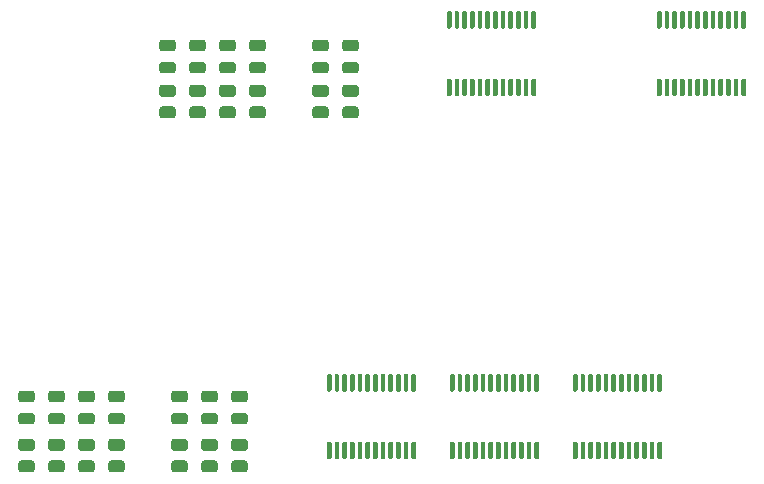
<source format=gbr>
%TF.GenerationSoftware,KiCad,Pcbnew,(5.1.10-1-10_14)*%
%TF.CreationDate,2021-11-23T11:12:12-05:00*%
%TF.ProjectId,control-unit,636f6e74-726f-46c2-9d75-6e69742e6b69,rev?*%
%TF.SameCoordinates,Original*%
%TF.FileFunction,Paste,Top*%
%TF.FilePolarity,Positive*%
%FSLAX46Y46*%
G04 Gerber Fmt 4.6, Leading zero omitted, Abs format (unit mm)*
G04 Created by KiCad (PCBNEW (5.1.10-1-10_14)) date 2021-11-23 11:12:12*
%MOMM*%
%LPD*%
G01*
G04 APERTURE LIST*
G04 APERTURE END LIST*
%TO.C,R13*%
G36*
G01*
X146615999Y-105302000D02*
X147516001Y-105302000D01*
G75*
G02*
X147766000Y-105551999I0J-249999D01*
G01*
X147766000Y-106077001D01*
G75*
G02*
X147516001Y-106327000I-249999J0D01*
G01*
X146615999Y-106327000D01*
G75*
G02*
X146366000Y-106077001I0J249999D01*
G01*
X146366000Y-105551999D01*
G75*
G02*
X146615999Y-105302000I249999J0D01*
G01*
G37*
G36*
G01*
X146615999Y-103477000D02*
X147516001Y-103477000D01*
G75*
G02*
X147766000Y-103726999I0J-249999D01*
G01*
X147766000Y-104252001D01*
G75*
G02*
X147516001Y-104502000I-249999J0D01*
G01*
X146615999Y-104502000D01*
G75*
G02*
X146366000Y-104252001I0J249999D01*
G01*
X146366000Y-103726999D01*
G75*
G02*
X146615999Y-103477000I249999J0D01*
G01*
G37*
%TD*%
%TO.C,R12*%
G36*
G01*
X157029999Y-105302000D02*
X157930001Y-105302000D01*
G75*
G02*
X158180000Y-105551999I0J-249999D01*
G01*
X158180000Y-106077001D01*
G75*
G02*
X157930001Y-106327000I-249999J0D01*
G01*
X157029999Y-106327000D01*
G75*
G02*
X156780000Y-106077001I0J249999D01*
G01*
X156780000Y-105551999D01*
G75*
G02*
X157029999Y-105302000I249999J0D01*
G01*
G37*
G36*
G01*
X157029999Y-103477000D02*
X157930001Y-103477000D01*
G75*
G02*
X158180000Y-103726999I0J-249999D01*
G01*
X158180000Y-104252001D01*
G75*
G02*
X157930001Y-104502000I-249999J0D01*
G01*
X157029999Y-104502000D01*
G75*
G02*
X156780000Y-104252001I0J249999D01*
G01*
X156780000Y-103726999D01*
G75*
G02*
X157029999Y-103477000I249999J0D01*
G01*
G37*
%TD*%
%TO.C,R11*%
G36*
G01*
X144075999Y-105302000D02*
X144976001Y-105302000D01*
G75*
G02*
X145226000Y-105551999I0J-249999D01*
G01*
X145226000Y-106077001D01*
G75*
G02*
X144976001Y-106327000I-249999J0D01*
G01*
X144075999Y-106327000D01*
G75*
G02*
X143826000Y-106077001I0J249999D01*
G01*
X143826000Y-105551999D01*
G75*
G02*
X144075999Y-105302000I249999J0D01*
G01*
G37*
G36*
G01*
X144075999Y-103477000D02*
X144976001Y-103477000D01*
G75*
G02*
X145226000Y-103726999I0J-249999D01*
G01*
X145226000Y-104252001D01*
G75*
G02*
X144976001Y-104502000I-249999J0D01*
G01*
X144075999Y-104502000D01*
G75*
G02*
X143826000Y-104252001I0J249999D01*
G01*
X143826000Y-103726999D01*
G75*
G02*
X144075999Y-103477000I249999J0D01*
G01*
G37*
%TD*%
%TO.C,R10*%
G36*
G01*
X154489999Y-105302000D02*
X155390001Y-105302000D01*
G75*
G02*
X155640000Y-105551999I0J-249999D01*
G01*
X155640000Y-106077001D01*
G75*
G02*
X155390001Y-106327000I-249999J0D01*
G01*
X154489999Y-106327000D01*
G75*
G02*
X154240000Y-106077001I0J249999D01*
G01*
X154240000Y-105551999D01*
G75*
G02*
X154489999Y-105302000I249999J0D01*
G01*
G37*
G36*
G01*
X154489999Y-103477000D02*
X155390001Y-103477000D01*
G75*
G02*
X155640000Y-103726999I0J-249999D01*
G01*
X155640000Y-104252001D01*
G75*
G02*
X155390001Y-104502000I-249999J0D01*
G01*
X154489999Y-104502000D01*
G75*
G02*
X154240000Y-104252001I0J249999D01*
G01*
X154240000Y-103726999D01*
G75*
G02*
X154489999Y-103477000I249999J0D01*
G01*
G37*
%TD*%
%TO.C,R9*%
G36*
G01*
X141535999Y-105302000D02*
X142436001Y-105302000D01*
G75*
G02*
X142686000Y-105551999I0J-249999D01*
G01*
X142686000Y-106077001D01*
G75*
G02*
X142436001Y-106327000I-249999J0D01*
G01*
X141535999Y-106327000D01*
G75*
G02*
X141286000Y-106077001I0J249999D01*
G01*
X141286000Y-105551999D01*
G75*
G02*
X141535999Y-105302000I249999J0D01*
G01*
G37*
G36*
G01*
X141535999Y-103477000D02*
X142436001Y-103477000D01*
G75*
G02*
X142686000Y-103726999I0J-249999D01*
G01*
X142686000Y-104252001D01*
G75*
G02*
X142436001Y-104502000I-249999J0D01*
G01*
X141535999Y-104502000D01*
G75*
G02*
X141286000Y-104252001I0J249999D01*
G01*
X141286000Y-103726999D01*
G75*
G02*
X141535999Y-103477000I249999J0D01*
G01*
G37*
%TD*%
%TO.C,R8*%
G36*
G01*
X151949999Y-105302000D02*
X152850001Y-105302000D01*
G75*
G02*
X153100000Y-105551999I0J-249999D01*
G01*
X153100000Y-106077001D01*
G75*
G02*
X152850001Y-106327000I-249999J0D01*
G01*
X151949999Y-106327000D01*
G75*
G02*
X151700000Y-106077001I0J249999D01*
G01*
X151700000Y-105551999D01*
G75*
G02*
X151949999Y-105302000I249999J0D01*
G01*
G37*
G36*
G01*
X151949999Y-103477000D02*
X152850001Y-103477000D01*
G75*
G02*
X153100000Y-103726999I0J-249999D01*
G01*
X153100000Y-104252001D01*
G75*
G02*
X152850001Y-104502000I-249999J0D01*
G01*
X151949999Y-104502000D01*
G75*
G02*
X151700000Y-104252001I0J249999D01*
G01*
X151700000Y-103726999D01*
G75*
G02*
X151949999Y-103477000I249999J0D01*
G01*
G37*
%TD*%
%TO.C,R7*%
G36*
G01*
X138995999Y-105302000D02*
X139896001Y-105302000D01*
G75*
G02*
X140146000Y-105551999I0J-249999D01*
G01*
X140146000Y-106077001D01*
G75*
G02*
X139896001Y-106327000I-249999J0D01*
G01*
X138995999Y-106327000D01*
G75*
G02*
X138746000Y-106077001I0J249999D01*
G01*
X138746000Y-105551999D01*
G75*
G02*
X138995999Y-105302000I249999J0D01*
G01*
G37*
G36*
G01*
X138995999Y-103477000D02*
X139896001Y-103477000D01*
G75*
G02*
X140146000Y-103726999I0J-249999D01*
G01*
X140146000Y-104252001D01*
G75*
G02*
X139896001Y-104502000I-249999J0D01*
G01*
X138995999Y-104502000D01*
G75*
G02*
X138746000Y-104252001I0J249999D01*
G01*
X138746000Y-103726999D01*
G75*
G02*
X138995999Y-103477000I249999J0D01*
G01*
G37*
%TD*%
%TO.C,D13*%
G36*
G01*
X147522250Y-100388000D02*
X146609750Y-100388000D01*
G75*
G02*
X146366000Y-100144250I0J243750D01*
G01*
X146366000Y-99656750D01*
G75*
G02*
X146609750Y-99413000I243750J0D01*
G01*
X147522250Y-99413000D01*
G75*
G02*
X147766000Y-99656750I0J-243750D01*
G01*
X147766000Y-100144250D01*
G75*
G02*
X147522250Y-100388000I-243750J0D01*
G01*
G37*
G36*
G01*
X147522250Y-102263000D02*
X146609750Y-102263000D01*
G75*
G02*
X146366000Y-102019250I0J243750D01*
G01*
X146366000Y-101531750D01*
G75*
G02*
X146609750Y-101288000I243750J0D01*
G01*
X147522250Y-101288000D01*
G75*
G02*
X147766000Y-101531750I0J-243750D01*
G01*
X147766000Y-102019250D01*
G75*
G02*
X147522250Y-102263000I-243750J0D01*
G01*
G37*
%TD*%
%TO.C,D12*%
G36*
G01*
X157936250Y-100388000D02*
X157023750Y-100388000D01*
G75*
G02*
X156780000Y-100144250I0J243750D01*
G01*
X156780000Y-99656750D01*
G75*
G02*
X157023750Y-99413000I243750J0D01*
G01*
X157936250Y-99413000D01*
G75*
G02*
X158180000Y-99656750I0J-243750D01*
G01*
X158180000Y-100144250D01*
G75*
G02*
X157936250Y-100388000I-243750J0D01*
G01*
G37*
G36*
G01*
X157936250Y-102263000D02*
X157023750Y-102263000D01*
G75*
G02*
X156780000Y-102019250I0J243750D01*
G01*
X156780000Y-101531750D01*
G75*
G02*
X157023750Y-101288000I243750J0D01*
G01*
X157936250Y-101288000D01*
G75*
G02*
X158180000Y-101531750I0J-243750D01*
G01*
X158180000Y-102019250D01*
G75*
G02*
X157936250Y-102263000I-243750J0D01*
G01*
G37*
%TD*%
%TO.C,D11*%
G36*
G01*
X144982250Y-100388000D02*
X144069750Y-100388000D01*
G75*
G02*
X143826000Y-100144250I0J243750D01*
G01*
X143826000Y-99656750D01*
G75*
G02*
X144069750Y-99413000I243750J0D01*
G01*
X144982250Y-99413000D01*
G75*
G02*
X145226000Y-99656750I0J-243750D01*
G01*
X145226000Y-100144250D01*
G75*
G02*
X144982250Y-100388000I-243750J0D01*
G01*
G37*
G36*
G01*
X144982250Y-102263000D02*
X144069750Y-102263000D01*
G75*
G02*
X143826000Y-102019250I0J243750D01*
G01*
X143826000Y-101531750D01*
G75*
G02*
X144069750Y-101288000I243750J0D01*
G01*
X144982250Y-101288000D01*
G75*
G02*
X145226000Y-101531750I0J-243750D01*
G01*
X145226000Y-102019250D01*
G75*
G02*
X144982250Y-102263000I-243750J0D01*
G01*
G37*
%TD*%
%TO.C,D10*%
G36*
G01*
X155396250Y-100388000D02*
X154483750Y-100388000D01*
G75*
G02*
X154240000Y-100144250I0J243750D01*
G01*
X154240000Y-99656750D01*
G75*
G02*
X154483750Y-99413000I243750J0D01*
G01*
X155396250Y-99413000D01*
G75*
G02*
X155640000Y-99656750I0J-243750D01*
G01*
X155640000Y-100144250D01*
G75*
G02*
X155396250Y-100388000I-243750J0D01*
G01*
G37*
G36*
G01*
X155396250Y-102263000D02*
X154483750Y-102263000D01*
G75*
G02*
X154240000Y-102019250I0J243750D01*
G01*
X154240000Y-101531750D01*
G75*
G02*
X154483750Y-101288000I243750J0D01*
G01*
X155396250Y-101288000D01*
G75*
G02*
X155640000Y-101531750I0J-243750D01*
G01*
X155640000Y-102019250D01*
G75*
G02*
X155396250Y-102263000I-243750J0D01*
G01*
G37*
%TD*%
%TO.C,D9*%
G36*
G01*
X142442250Y-100388000D02*
X141529750Y-100388000D01*
G75*
G02*
X141286000Y-100144250I0J243750D01*
G01*
X141286000Y-99656750D01*
G75*
G02*
X141529750Y-99413000I243750J0D01*
G01*
X142442250Y-99413000D01*
G75*
G02*
X142686000Y-99656750I0J-243750D01*
G01*
X142686000Y-100144250D01*
G75*
G02*
X142442250Y-100388000I-243750J0D01*
G01*
G37*
G36*
G01*
X142442250Y-102263000D02*
X141529750Y-102263000D01*
G75*
G02*
X141286000Y-102019250I0J243750D01*
G01*
X141286000Y-101531750D01*
G75*
G02*
X141529750Y-101288000I243750J0D01*
G01*
X142442250Y-101288000D01*
G75*
G02*
X142686000Y-101531750I0J-243750D01*
G01*
X142686000Y-102019250D01*
G75*
G02*
X142442250Y-102263000I-243750J0D01*
G01*
G37*
%TD*%
%TO.C,D8*%
G36*
G01*
X152856250Y-100388000D02*
X151943750Y-100388000D01*
G75*
G02*
X151700000Y-100144250I0J243750D01*
G01*
X151700000Y-99656750D01*
G75*
G02*
X151943750Y-99413000I243750J0D01*
G01*
X152856250Y-99413000D01*
G75*
G02*
X153100000Y-99656750I0J-243750D01*
G01*
X153100000Y-100144250D01*
G75*
G02*
X152856250Y-100388000I-243750J0D01*
G01*
G37*
G36*
G01*
X152856250Y-102263000D02*
X151943750Y-102263000D01*
G75*
G02*
X151700000Y-102019250I0J243750D01*
G01*
X151700000Y-101531750D01*
G75*
G02*
X151943750Y-101288000I243750J0D01*
G01*
X152856250Y-101288000D01*
G75*
G02*
X153100000Y-101531750I0J-243750D01*
G01*
X153100000Y-102019250D01*
G75*
G02*
X152856250Y-102263000I-243750J0D01*
G01*
G37*
%TD*%
%TO.C,D7*%
G36*
G01*
X139902250Y-100388000D02*
X138989750Y-100388000D01*
G75*
G02*
X138746000Y-100144250I0J243750D01*
G01*
X138746000Y-99656750D01*
G75*
G02*
X138989750Y-99413000I243750J0D01*
G01*
X139902250Y-99413000D01*
G75*
G02*
X140146000Y-99656750I0J-243750D01*
G01*
X140146000Y-100144250D01*
G75*
G02*
X139902250Y-100388000I-243750J0D01*
G01*
G37*
G36*
G01*
X139902250Y-102263000D02*
X138989750Y-102263000D01*
G75*
G02*
X138746000Y-102019250I0J243750D01*
G01*
X138746000Y-101531750D01*
G75*
G02*
X138989750Y-101288000I243750J0D01*
G01*
X139902250Y-101288000D01*
G75*
G02*
X140146000Y-101531750I0J-243750D01*
G01*
X140146000Y-102019250D01*
G75*
G02*
X139902250Y-102263000I-243750J0D01*
G01*
G37*
%TD*%
%TO.C,R6*%
G36*
G01*
X158553999Y-75330000D02*
X159454001Y-75330000D01*
G75*
G02*
X159704000Y-75579999I0J-249999D01*
G01*
X159704000Y-76105001D01*
G75*
G02*
X159454001Y-76355000I-249999J0D01*
G01*
X158553999Y-76355000D01*
G75*
G02*
X158304000Y-76105001I0J249999D01*
G01*
X158304000Y-75579999D01*
G75*
G02*
X158553999Y-75330000I249999J0D01*
G01*
G37*
G36*
G01*
X158553999Y-73505000D02*
X159454001Y-73505000D01*
G75*
G02*
X159704000Y-73754999I0J-249999D01*
G01*
X159704000Y-74280001D01*
G75*
G02*
X159454001Y-74530000I-249999J0D01*
G01*
X158553999Y-74530000D01*
G75*
G02*
X158304000Y-74280001I0J249999D01*
G01*
X158304000Y-73754999D01*
G75*
G02*
X158553999Y-73505000I249999J0D01*
G01*
G37*
%TD*%
%TO.C,R5*%
G36*
G01*
X156013999Y-75330000D02*
X156914001Y-75330000D01*
G75*
G02*
X157164000Y-75579999I0J-249999D01*
G01*
X157164000Y-76105001D01*
G75*
G02*
X156914001Y-76355000I-249999J0D01*
G01*
X156013999Y-76355000D01*
G75*
G02*
X155764000Y-76105001I0J249999D01*
G01*
X155764000Y-75579999D01*
G75*
G02*
X156013999Y-75330000I249999J0D01*
G01*
G37*
G36*
G01*
X156013999Y-73505000D02*
X156914001Y-73505000D01*
G75*
G02*
X157164000Y-73754999I0J-249999D01*
G01*
X157164000Y-74280001D01*
G75*
G02*
X156914001Y-74530000I-249999J0D01*
G01*
X156013999Y-74530000D01*
G75*
G02*
X155764000Y-74280001I0J249999D01*
G01*
X155764000Y-73754999D01*
G75*
G02*
X156013999Y-73505000I249999J0D01*
G01*
G37*
%TD*%
%TO.C,R4*%
G36*
G01*
X166427999Y-75330000D02*
X167328001Y-75330000D01*
G75*
G02*
X167578000Y-75579999I0J-249999D01*
G01*
X167578000Y-76105001D01*
G75*
G02*
X167328001Y-76355000I-249999J0D01*
G01*
X166427999Y-76355000D01*
G75*
G02*
X166178000Y-76105001I0J249999D01*
G01*
X166178000Y-75579999D01*
G75*
G02*
X166427999Y-75330000I249999J0D01*
G01*
G37*
G36*
G01*
X166427999Y-73505000D02*
X167328001Y-73505000D01*
G75*
G02*
X167578000Y-73754999I0J-249999D01*
G01*
X167578000Y-74280001D01*
G75*
G02*
X167328001Y-74530000I-249999J0D01*
G01*
X166427999Y-74530000D01*
G75*
G02*
X166178000Y-74280001I0J249999D01*
G01*
X166178000Y-73754999D01*
G75*
G02*
X166427999Y-73505000I249999J0D01*
G01*
G37*
%TD*%
%TO.C,R3*%
G36*
G01*
X153473999Y-75330000D02*
X154374001Y-75330000D01*
G75*
G02*
X154624000Y-75579999I0J-249999D01*
G01*
X154624000Y-76105001D01*
G75*
G02*
X154374001Y-76355000I-249999J0D01*
G01*
X153473999Y-76355000D01*
G75*
G02*
X153224000Y-76105001I0J249999D01*
G01*
X153224000Y-75579999D01*
G75*
G02*
X153473999Y-75330000I249999J0D01*
G01*
G37*
G36*
G01*
X153473999Y-73505000D02*
X154374001Y-73505000D01*
G75*
G02*
X154624000Y-73754999I0J-249999D01*
G01*
X154624000Y-74280001D01*
G75*
G02*
X154374001Y-74530000I-249999J0D01*
G01*
X153473999Y-74530000D01*
G75*
G02*
X153224000Y-74280001I0J249999D01*
G01*
X153224000Y-73754999D01*
G75*
G02*
X153473999Y-73505000I249999J0D01*
G01*
G37*
%TD*%
%TO.C,R2*%
G36*
G01*
X163887999Y-75330000D02*
X164788001Y-75330000D01*
G75*
G02*
X165038000Y-75579999I0J-249999D01*
G01*
X165038000Y-76105001D01*
G75*
G02*
X164788001Y-76355000I-249999J0D01*
G01*
X163887999Y-76355000D01*
G75*
G02*
X163638000Y-76105001I0J249999D01*
G01*
X163638000Y-75579999D01*
G75*
G02*
X163887999Y-75330000I249999J0D01*
G01*
G37*
G36*
G01*
X163887999Y-73505000D02*
X164788001Y-73505000D01*
G75*
G02*
X165038000Y-73754999I0J-249999D01*
G01*
X165038000Y-74280001D01*
G75*
G02*
X164788001Y-74530000I-249999J0D01*
G01*
X163887999Y-74530000D01*
G75*
G02*
X163638000Y-74280001I0J249999D01*
G01*
X163638000Y-73754999D01*
G75*
G02*
X163887999Y-73505000I249999J0D01*
G01*
G37*
%TD*%
%TO.C,R1*%
G36*
G01*
X150933999Y-75330000D02*
X151834001Y-75330000D01*
G75*
G02*
X152084000Y-75579999I0J-249999D01*
G01*
X152084000Y-76105001D01*
G75*
G02*
X151834001Y-76355000I-249999J0D01*
G01*
X150933999Y-76355000D01*
G75*
G02*
X150684000Y-76105001I0J249999D01*
G01*
X150684000Y-75579999D01*
G75*
G02*
X150933999Y-75330000I249999J0D01*
G01*
G37*
G36*
G01*
X150933999Y-73505000D02*
X151834001Y-73505000D01*
G75*
G02*
X152084000Y-73754999I0J-249999D01*
G01*
X152084000Y-74280001D01*
G75*
G02*
X151834001Y-74530000I-249999J0D01*
G01*
X150933999Y-74530000D01*
G75*
G02*
X150684000Y-74280001I0J249999D01*
G01*
X150684000Y-73754999D01*
G75*
G02*
X150933999Y-73505000I249999J0D01*
G01*
G37*
%TD*%
%TO.C,D6*%
G36*
G01*
X159460250Y-70670000D02*
X158547750Y-70670000D01*
G75*
G02*
X158304000Y-70426250I0J243750D01*
G01*
X158304000Y-69938750D01*
G75*
G02*
X158547750Y-69695000I243750J0D01*
G01*
X159460250Y-69695000D01*
G75*
G02*
X159704000Y-69938750I0J-243750D01*
G01*
X159704000Y-70426250D01*
G75*
G02*
X159460250Y-70670000I-243750J0D01*
G01*
G37*
G36*
G01*
X159460250Y-72545000D02*
X158547750Y-72545000D01*
G75*
G02*
X158304000Y-72301250I0J243750D01*
G01*
X158304000Y-71813750D01*
G75*
G02*
X158547750Y-71570000I243750J0D01*
G01*
X159460250Y-71570000D01*
G75*
G02*
X159704000Y-71813750I0J-243750D01*
G01*
X159704000Y-72301250D01*
G75*
G02*
X159460250Y-72545000I-243750J0D01*
G01*
G37*
%TD*%
%TO.C,D5*%
G36*
G01*
X156920250Y-70670000D02*
X156007750Y-70670000D01*
G75*
G02*
X155764000Y-70426250I0J243750D01*
G01*
X155764000Y-69938750D01*
G75*
G02*
X156007750Y-69695000I243750J0D01*
G01*
X156920250Y-69695000D01*
G75*
G02*
X157164000Y-69938750I0J-243750D01*
G01*
X157164000Y-70426250D01*
G75*
G02*
X156920250Y-70670000I-243750J0D01*
G01*
G37*
G36*
G01*
X156920250Y-72545000D02*
X156007750Y-72545000D01*
G75*
G02*
X155764000Y-72301250I0J243750D01*
G01*
X155764000Y-71813750D01*
G75*
G02*
X156007750Y-71570000I243750J0D01*
G01*
X156920250Y-71570000D01*
G75*
G02*
X157164000Y-71813750I0J-243750D01*
G01*
X157164000Y-72301250D01*
G75*
G02*
X156920250Y-72545000I-243750J0D01*
G01*
G37*
%TD*%
%TO.C,D4*%
G36*
G01*
X166421750Y-71570000D02*
X167334250Y-71570000D01*
G75*
G02*
X167578000Y-71813750I0J-243750D01*
G01*
X167578000Y-72301250D01*
G75*
G02*
X167334250Y-72545000I-243750J0D01*
G01*
X166421750Y-72545000D01*
G75*
G02*
X166178000Y-72301250I0J243750D01*
G01*
X166178000Y-71813750D01*
G75*
G02*
X166421750Y-71570000I243750J0D01*
G01*
G37*
G36*
G01*
X166421750Y-69695000D02*
X167334250Y-69695000D01*
G75*
G02*
X167578000Y-69938750I0J-243750D01*
G01*
X167578000Y-70426250D01*
G75*
G02*
X167334250Y-70670000I-243750J0D01*
G01*
X166421750Y-70670000D01*
G75*
G02*
X166178000Y-70426250I0J243750D01*
G01*
X166178000Y-69938750D01*
G75*
G02*
X166421750Y-69695000I243750J0D01*
G01*
G37*
%TD*%
%TO.C,D3*%
G36*
G01*
X154380250Y-70670000D02*
X153467750Y-70670000D01*
G75*
G02*
X153224000Y-70426250I0J243750D01*
G01*
X153224000Y-69938750D01*
G75*
G02*
X153467750Y-69695000I243750J0D01*
G01*
X154380250Y-69695000D01*
G75*
G02*
X154624000Y-69938750I0J-243750D01*
G01*
X154624000Y-70426250D01*
G75*
G02*
X154380250Y-70670000I-243750J0D01*
G01*
G37*
G36*
G01*
X154380250Y-72545000D02*
X153467750Y-72545000D01*
G75*
G02*
X153224000Y-72301250I0J243750D01*
G01*
X153224000Y-71813750D01*
G75*
G02*
X153467750Y-71570000I243750J0D01*
G01*
X154380250Y-71570000D01*
G75*
G02*
X154624000Y-71813750I0J-243750D01*
G01*
X154624000Y-72301250D01*
G75*
G02*
X154380250Y-72545000I-243750J0D01*
G01*
G37*
%TD*%
%TO.C,D2*%
G36*
G01*
X163881750Y-71570000D02*
X164794250Y-71570000D01*
G75*
G02*
X165038000Y-71813750I0J-243750D01*
G01*
X165038000Y-72301250D01*
G75*
G02*
X164794250Y-72545000I-243750J0D01*
G01*
X163881750Y-72545000D01*
G75*
G02*
X163638000Y-72301250I0J243750D01*
G01*
X163638000Y-71813750D01*
G75*
G02*
X163881750Y-71570000I243750J0D01*
G01*
G37*
G36*
G01*
X163881750Y-69695000D02*
X164794250Y-69695000D01*
G75*
G02*
X165038000Y-69938750I0J-243750D01*
G01*
X165038000Y-70426250D01*
G75*
G02*
X164794250Y-70670000I-243750J0D01*
G01*
X163881750Y-70670000D01*
G75*
G02*
X163638000Y-70426250I0J243750D01*
G01*
X163638000Y-69938750D01*
G75*
G02*
X163881750Y-69695000I243750J0D01*
G01*
G37*
%TD*%
%TO.C,D1*%
G36*
G01*
X151840250Y-70670000D02*
X150927750Y-70670000D01*
G75*
G02*
X150684000Y-70426250I0J243750D01*
G01*
X150684000Y-69938750D01*
G75*
G02*
X150927750Y-69695000I243750J0D01*
G01*
X151840250Y-69695000D01*
G75*
G02*
X152084000Y-69938750I0J-243750D01*
G01*
X152084000Y-70426250D01*
G75*
G02*
X151840250Y-70670000I-243750J0D01*
G01*
G37*
G36*
G01*
X151840250Y-72545000D02*
X150927750Y-72545000D01*
G75*
G02*
X150684000Y-72301250I0J243750D01*
G01*
X150684000Y-71813750D01*
G75*
G02*
X150927750Y-71570000I243750J0D01*
G01*
X151840250Y-71570000D01*
G75*
G02*
X152084000Y-71813750I0J-243750D01*
G01*
X152084000Y-72301250D01*
G75*
G02*
X151840250Y-72545000I-243750J0D01*
G01*
G37*
%TD*%
%TO.C,U5*%
G36*
G01*
X192959000Y-103725000D02*
X193159000Y-103725000D01*
G75*
G02*
X193259000Y-103825000I0J-100000D01*
G01*
X193259000Y-105100000D01*
G75*
G02*
X193159000Y-105200000I-100000J0D01*
G01*
X192959000Y-105200000D01*
G75*
G02*
X192859000Y-105100000I0J100000D01*
G01*
X192859000Y-103825000D01*
G75*
G02*
X192959000Y-103725000I100000J0D01*
G01*
G37*
G36*
G01*
X192309000Y-103725000D02*
X192509000Y-103725000D01*
G75*
G02*
X192609000Y-103825000I0J-100000D01*
G01*
X192609000Y-105100000D01*
G75*
G02*
X192509000Y-105200000I-100000J0D01*
G01*
X192309000Y-105200000D01*
G75*
G02*
X192209000Y-105100000I0J100000D01*
G01*
X192209000Y-103825000D01*
G75*
G02*
X192309000Y-103725000I100000J0D01*
G01*
G37*
G36*
G01*
X191659000Y-103725000D02*
X191859000Y-103725000D01*
G75*
G02*
X191959000Y-103825000I0J-100000D01*
G01*
X191959000Y-105100000D01*
G75*
G02*
X191859000Y-105200000I-100000J0D01*
G01*
X191659000Y-105200000D01*
G75*
G02*
X191559000Y-105100000I0J100000D01*
G01*
X191559000Y-103825000D01*
G75*
G02*
X191659000Y-103725000I100000J0D01*
G01*
G37*
G36*
G01*
X191009000Y-103725000D02*
X191209000Y-103725000D01*
G75*
G02*
X191309000Y-103825000I0J-100000D01*
G01*
X191309000Y-105100000D01*
G75*
G02*
X191209000Y-105200000I-100000J0D01*
G01*
X191009000Y-105200000D01*
G75*
G02*
X190909000Y-105100000I0J100000D01*
G01*
X190909000Y-103825000D01*
G75*
G02*
X191009000Y-103725000I100000J0D01*
G01*
G37*
G36*
G01*
X190359000Y-103725000D02*
X190559000Y-103725000D01*
G75*
G02*
X190659000Y-103825000I0J-100000D01*
G01*
X190659000Y-105100000D01*
G75*
G02*
X190559000Y-105200000I-100000J0D01*
G01*
X190359000Y-105200000D01*
G75*
G02*
X190259000Y-105100000I0J100000D01*
G01*
X190259000Y-103825000D01*
G75*
G02*
X190359000Y-103725000I100000J0D01*
G01*
G37*
G36*
G01*
X189709000Y-103725000D02*
X189909000Y-103725000D01*
G75*
G02*
X190009000Y-103825000I0J-100000D01*
G01*
X190009000Y-105100000D01*
G75*
G02*
X189909000Y-105200000I-100000J0D01*
G01*
X189709000Y-105200000D01*
G75*
G02*
X189609000Y-105100000I0J100000D01*
G01*
X189609000Y-103825000D01*
G75*
G02*
X189709000Y-103725000I100000J0D01*
G01*
G37*
G36*
G01*
X189059000Y-103725000D02*
X189259000Y-103725000D01*
G75*
G02*
X189359000Y-103825000I0J-100000D01*
G01*
X189359000Y-105100000D01*
G75*
G02*
X189259000Y-105200000I-100000J0D01*
G01*
X189059000Y-105200000D01*
G75*
G02*
X188959000Y-105100000I0J100000D01*
G01*
X188959000Y-103825000D01*
G75*
G02*
X189059000Y-103725000I100000J0D01*
G01*
G37*
G36*
G01*
X188409000Y-103725000D02*
X188609000Y-103725000D01*
G75*
G02*
X188709000Y-103825000I0J-100000D01*
G01*
X188709000Y-105100000D01*
G75*
G02*
X188609000Y-105200000I-100000J0D01*
G01*
X188409000Y-105200000D01*
G75*
G02*
X188309000Y-105100000I0J100000D01*
G01*
X188309000Y-103825000D01*
G75*
G02*
X188409000Y-103725000I100000J0D01*
G01*
G37*
G36*
G01*
X187759000Y-103725000D02*
X187959000Y-103725000D01*
G75*
G02*
X188059000Y-103825000I0J-100000D01*
G01*
X188059000Y-105100000D01*
G75*
G02*
X187959000Y-105200000I-100000J0D01*
G01*
X187759000Y-105200000D01*
G75*
G02*
X187659000Y-105100000I0J100000D01*
G01*
X187659000Y-103825000D01*
G75*
G02*
X187759000Y-103725000I100000J0D01*
G01*
G37*
G36*
G01*
X187109000Y-103725000D02*
X187309000Y-103725000D01*
G75*
G02*
X187409000Y-103825000I0J-100000D01*
G01*
X187409000Y-105100000D01*
G75*
G02*
X187309000Y-105200000I-100000J0D01*
G01*
X187109000Y-105200000D01*
G75*
G02*
X187009000Y-105100000I0J100000D01*
G01*
X187009000Y-103825000D01*
G75*
G02*
X187109000Y-103725000I100000J0D01*
G01*
G37*
G36*
G01*
X186459000Y-103725000D02*
X186659000Y-103725000D01*
G75*
G02*
X186759000Y-103825000I0J-100000D01*
G01*
X186759000Y-105100000D01*
G75*
G02*
X186659000Y-105200000I-100000J0D01*
G01*
X186459000Y-105200000D01*
G75*
G02*
X186359000Y-105100000I0J100000D01*
G01*
X186359000Y-103825000D01*
G75*
G02*
X186459000Y-103725000I100000J0D01*
G01*
G37*
G36*
G01*
X185809000Y-103725000D02*
X186009000Y-103725000D01*
G75*
G02*
X186109000Y-103825000I0J-100000D01*
G01*
X186109000Y-105100000D01*
G75*
G02*
X186009000Y-105200000I-100000J0D01*
G01*
X185809000Y-105200000D01*
G75*
G02*
X185709000Y-105100000I0J100000D01*
G01*
X185709000Y-103825000D01*
G75*
G02*
X185809000Y-103725000I100000J0D01*
G01*
G37*
G36*
G01*
X185809000Y-98000000D02*
X186009000Y-98000000D01*
G75*
G02*
X186109000Y-98100000I0J-100000D01*
G01*
X186109000Y-99375000D01*
G75*
G02*
X186009000Y-99475000I-100000J0D01*
G01*
X185809000Y-99475000D01*
G75*
G02*
X185709000Y-99375000I0J100000D01*
G01*
X185709000Y-98100000D01*
G75*
G02*
X185809000Y-98000000I100000J0D01*
G01*
G37*
G36*
G01*
X186459000Y-98000000D02*
X186659000Y-98000000D01*
G75*
G02*
X186759000Y-98100000I0J-100000D01*
G01*
X186759000Y-99375000D01*
G75*
G02*
X186659000Y-99475000I-100000J0D01*
G01*
X186459000Y-99475000D01*
G75*
G02*
X186359000Y-99375000I0J100000D01*
G01*
X186359000Y-98100000D01*
G75*
G02*
X186459000Y-98000000I100000J0D01*
G01*
G37*
G36*
G01*
X187109000Y-98000000D02*
X187309000Y-98000000D01*
G75*
G02*
X187409000Y-98100000I0J-100000D01*
G01*
X187409000Y-99375000D01*
G75*
G02*
X187309000Y-99475000I-100000J0D01*
G01*
X187109000Y-99475000D01*
G75*
G02*
X187009000Y-99375000I0J100000D01*
G01*
X187009000Y-98100000D01*
G75*
G02*
X187109000Y-98000000I100000J0D01*
G01*
G37*
G36*
G01*
X187759000Y-98000000D02*
X187959000Y-98000000D01*
G75*
G02*
X188059000Y-98100000I0J-100000D01*
G01*
X188059000Y-99375000D01*
G75*
G02*
X187959000Y-99475000I-100000J0D01*
G01*
X187759000Y-99475000D01*
G75*
G02*
X187659000Y-99375000I0J100000D01*
G01*
X187659000Y-98100000D01*
G75*
G02*
X187759000Y-98000000I100000J0D01*
G01*
G37*
G36*
G01*
X188409000Y-98000000D02*
X188609000Y-98000000D01*
G75*
G02*
X188709000Y-98100000I0J-100000D01*
G01*
X188709000Y-99375000D01*
G75*
G02*
X188609000Y-99475000I-100000J0D01*
G01*
X188409000Y-99475000D01*
G75*
G02*
X188309000Y-99375000I0J100000D01*
G01*
X188309000Y-98100000D01*
G75*
G02*
X188409000Y-98000000I100000J0D01*
G01*
G37*
G36*
G01*
X189059000Y-98000000D02*
X189259000Y-98000000D01*
G75*
G02*
X189359000Y-98100000I0J-100000D01*
G01*
X189359000Y-99375000D01*
G75*
G02*
X189259000Y-99475000I-100000J0D01*
G01*
X189059000Y-99475000D01*
G75*
G02*
X188959000Y-99375000I0J100000D01*
G01*
X188959000Y-98100000D01*
G75*
G02*
X189059000Y-98000000I100000J0D01*
G01*
G37*
G36*
G01*
X189709000Y-98000000D02*
X189909000Y-98000000D01*
G75*
G02*
X190009000Y-98100000I0J-100000D01*
G01*
X190009000Y-99375000D01*
G75*
G02*
X189909000Y-99475000I-100000J0D01*
G01*
X189709000Y-99475000D01*
G75*
G02*
X189609000Y-99375000I0J100000D01*
G01*
X189609000Y-98100000D01*
G75*
G02*
X189709000Y-98000000I100000J0D01*
G01*
G37*
G36*
G01*
X190359000Y-98000000D02*
X190559000Y-98000000D01*
G75*
G02*
X190659000Y-98100000I0J-100000D01*
G01*
X190659000Y-99375000D01*
G75*
G02*
X190559000Y-99475000I-100000J0D01*
G01*
X190359000Y-99475000D01*
G75*
G02*
X190259000Y-99375000I0J100000D01*
G01*
X190259000Y-98100000D01*
G75*
G02*
X190359000Y-98000000I100000J0D01*
G01*
G37*
G36*
G01*
X191009000Y-98000000D02*
X191209000Y-98000000D01*
G75*
G02*
X191309000Y-98100000I0J-100000D01*
G01*
X191309000Y-99375000D01*
G75*
G02*
X191209000Y-99475000I-100000J0D01*
G01*
X191009000Y-99475000D01*
G75*
G02*
X190909000Y-99375000I0J100000D01*
G01*
X190909000Y-98100000D01*
G75*
G02*
X191009000Y-98000000I100000J0D01*
G01*
G37*
G36*
G01*
X191659000Y-98000000D02*
X191859000Y-98000000D01*
G75*
G02*
X191959000Y-98100000I0J-100000D01*
G01*
X191959000Y-99375000D01*
G75*
G02*
X191859000Y-99475000I-100000J0D01*
G01*
X191659000Y-99475000D01*
G75*
G02*
X191559000Y-99375000I0J100000D01*
G01*
X191559000Y-98100000D01*
G75*
G02*
X191659000Y-98000000I100000J0D01*
G01*
G37*
G36*
G01*
X192309000Y-98000000D02*
X192509000Y-98000000D01*
G75*
G02*
X192609000Y-98100000I0J-100000D01*
G01*
X192609000Y-99375000D01*
G75*
G02*
X192509000Y-99475000I-100000J0D01*
G01*
X192309000Y-99475000D01*
G75*
G02*
X192209000Y-99375000I0J100000D01*
G01*
X192209000Y-98100000D01*
G75*
G02*
X192309000Y-98000000I100000J0D01*
G01*
G37*
G36*
G01*
X192959000Y-98000000D02*
X193159000Y-98000000D01*
G75*
G02*
X193259000Y-98100000I0J-100000D01*
G01*
X193259000Y-99375000D01*
G75*
G02*
X193159000Y-99475000I-100000J0D01*
G01*
X192959000Y-99475000D01*
G75*
G02*
X192859000Y-99375000I0J100000D01*
G01*
X192859000Y-98100000D01*
G75*
G02*
X192959000Y-98000000I100000J0D01*
G01*
G37*
%TD*%
%TO.C,U4*%
G36*
G01*
X182545000Y-103725000D02*
X182745000Y-103725000D01*
G75*
G02*
X182845000Y-103825000I0J-100000D01*
G01*
X182845000Y-105100000D01*
G75*
G02*
X182745000Y-105200000I-100000J0D01*
G01*
X182545000Y-105200000D01*
G75*
G02*
X182445000Y-105100000I0J100000D01*
G01*
X182445000Y-103825000D01*
G75*
G02*
X182545000Y-103725000I100000J0D01*
G01*
G37*
G36*
G01*
X181895000Y-103725000D02*
X182095000Y-103725000D01*
G75*
G02*
X182195000Y-103825000I0J-100000D01*
G01*
X182195000Y-105100000D01*
G75*
G02*
X182095000Y-105200000I-100000J0D01*
G01*
X181895000Y-105200000D01*
G75*
G02*
X181795000Y-105100000I0J100000D01*
G01*
X181795000Y-103825000D01*
G75*
G02*
X181895000Y-103725000I100000J0D01*
G01*
G37*
G36*
G01*
X181245000Y-103725000D02*
X181445000Y-103725000D01*
G75*
G02*
X181545000Y-103825000I0J-100000D01*
G01*
X181545000Y-105100000D01*
G75*
G02*
X181445000Y-105200000I-100000J0D01*
G01*
X181245000Y-105200000D01*
G75*
G02*
X181145000Y-105100000I0J100000D01*
G01*
X181145000Y-103825000D01*
G75*
G02*
X181245000Y-103725000I100000J0D01*
G01*
G37*
G36*
G01*
X180595000Y-103725000D02*
X180795000Y-103725000D01*
G75*
G02*
X180895000Y-103825000I0J-100000D01*
G01*
X180895000Y-105100000D01*
G75*
G02*
X180795000Y-105200000I-100000J0D01*
G01*
X180595000Y-105200000D01*
G75*
G02*
X180495000Y-105100000I0J100000D01*
G01*
X180495000Y-103825000D01*
G75*
G02*
X180595000Y-103725000I100000J0D01*
G01*
G37*
G36*
G01*
X179945000Y-103725000D02*
X180145000Y-103725000D01*
G75*
G02*
X180245000Y-103825000I0J-100000D01*
G01*
X180245000Y-105100000D01*
G75*
G02*
X180145000Y-105200000I-100000J0D01*
G01*
X179945000Y-105200000D01*
G75*
G02*
X179845000Y-105100000I0J100000D01*
G01*
X179845000Y-103825000D01*
G75*
G02*
X179945000Y-103725000I100000J0D01*
G01*
G37*
G36*
G01*
X179295000Y-103725000D02*
X179495000Y-103725000D01*
G75*
G02*
X179595000Y-103825000I0J-100000D01*
G01*
X179595000Y-105100000D01*
G75*
G02*
X179495000Y-105200000I-100000J0D01*
G01*
X179295000Y-105200000D01*
G75*
G02*
X179195000Y-105100000I0J100000D01*
G01*
X179195000Y-103825000D01*
G75*
G02*
X179295000Y-103725000I100000J0D01*
G01*
G37*
G36*
G01*
X178645000Y-103725000D02*
X178845000Y-103725000D01*
G75*
G02*
X178945000Y-103825000I0J-100000D01*
G01*
X178945000Y-105100000D01*
G75*
G02*
X178845000Y-105200000I-100000J0D01*
G01*
X178645000Y-105200000D01*
G75*
G02*
X178545000Y-105100000I0J100000D01*
G01*
X178545000Y-103825000D01*
G75*
G02*
X178645000Y-103725000I100000J0D01*
G01*
G37*
G36*
G01*
X177995000Y-103725000D02*
X178195000Y-103725000D01*
G75*
G02*
X178295000Y-103825000I0J-100000D01*
G01*
X178295000Y-105100000D01*
G75*
G02*
X178195000Y-105200000I-100000J0D01*
G01*
X177995000Y-105200000D01*
G75*
G02*
X177895000Y-105100000I0J100000D01*
G01*
X177895000Y-103825000D01*
G75*
G02*
X177995000Y-103725000I100000J0D01*
G01*
G37*
G36*
G01*
X177345000Y-103725000D02*
X177545000Y-103725000D01*
G75*
G02*
X177645000Y-103825000I0J-100000D01*
G01*
X177645000Y-105100000D01*
G75*
G02*
X177545000Y-105200000I-100000J0D01*
G01*
X177345000Y-105200000D01*
G75*
G02*
X177245000Y-105100000I0J100000D01*
G01*
X177245000Y-103825000D01*
G75*
G02*
X177345000Y-103725000I100000J0D01*
G01*
G37*
G36*
G01*
X176695000Y-103725000D02*
X176895000Y-103725000D01*
G75*
G02*
X176995000Y-103825000I0J-100000D01*
G01*
X176995000Y-105100000D01*
G75*
G02*
X176895000Y-105200000I-100000J0D01*
G01*
X176695000Y-105200000D01*
G75*
G02*
X176595000Y-105100000I0J100000D01*
G01*
X176595000Y-103825000D01*
G75*
G02*
X176695000Y-103725000I100000J0D01*
G01*
G37*
G36*
G01*
X176045000Y-103725000D02*
X176245000Y-103725000D01*
G75*
G02*
X176345000Y-103825000I0J-100000D01*
G01*
X176345000Y-105100000D01*
G75*
G02*
X176245000Y-105200000I-100000J0D01*
G01*
X176045000Y-105200000D01*
G75*
G02*
X175945000Y-105100000I0J100000D01*
G01*
X175945000Y-103825000D01*
G75*
G02*
X176045000Y-103725000I100000J0D01*
G01*
G37*
G36*
G01*
X175395000Y-103725000D02*
X175595000Y-103725000D01*
G75*
G02*
X175695000Y-103825000I0J-100000D01*
G01*
X175695000Y-105100000D01*
G75*
G02*
X175595000Y-105200000I-100000J0D01*
G01*
X175395000Y-105200000D01*
G75*
G02*
X175295000Y-105100000I0J100000D01*
G01*
X175295000Y-103825000D01*
G75*
G02*
X175395000Y-103725000I100000J0D01*
G01*
G37*
G36*
G01*
X175395000Y-98000000D02*
X175595000Y-98000000D01*
G75*
G02*
X175695000Y-98100000I0J-100000D01*
G01*
X175695000Y-99375000D01*
G75*
G02*
X175595000Y-99475000I-100000J0D01*
G01*
X175395000Y-99475000D01*
G75*
G02*
X175295000Y-99375000I0J100000D01*
G01*
X175295000Y-98100000D01*
G75*
G02*
X175395000Y-98000000I100000J0D01*
G01*
G37*
G36*
G01*
X176045000Y-98000000D02*
X176245000Y-98000000D01*
G75*
G02*
X176345000Y-98100000I0J-100000D01*
G01*
X176345000Y-99375000D01*
G75*
G02*
X176245000Y-99475000I-100000J0D01*
G01*
X176045000Y-99475000D01*
G75*
G02*
X175945000Y-99375000I0J100000D01*
G01*
X175945000Y-98100000D01*
G75*
G02*
X176045000Y-98000000I100000J0D01*
G01*
G37*
G36*
G01*
X176695000Y-98000000D02*
X176895000Y-98000000D01*
G75*
G02*
X176995000Y-98100000I0J-100000D01*
G01*
X176995000Y-99375000D01*
G75*
G02*
X176895000Y-99475000I-100000J0D01*
G01*
X176695000Y-99475000D01*
G75*
G02*
X176595000Y-99375000I0J100000D01*
G01*
X176595000Y-98100000D01*
G75*
G02*
X176695000Y-98000000I100000J0D01*
G01*
G37*
G36*
G01*
X177345000Y-98000000D02*
X177545000Y-98000000D01*
G75*
G02*
X177645000Y-98100000I0J-100000D01*
G01*
X177645000Y-99375000D01*
G75*
G02*
X177545000Y-99475000I-100000J0D01*
G01*
X177345000Y-99475000D01*
G75*
G02*
X177245000Y-99375000I0J100000D01*
G01*
X177245000Y-98100000D01*
G75*
G02*
X177345000Y-98000000I100000J0D01*
G01*
G37*
G36*
G01*
X177995000Y-98000000D02*
X178195000Y-98000000D01*
G75*
G02*
X178295000Y-98100000I0J-100000D01*
G01*
X178295000Y-99375000D01*
G75*
G02*
X178195000Y-99475000I-100000J0D01*
G01*
X177995000Y-99475000D01*
G75*
G02*
X177895000Y-99375000I0J100000D01*
G01*
X177895000Y-98100000D01*
G75*
G02*
X177995000Y-98000000I100000J0D01*
G01*
G37*
G36*
G01*
X178645000Y-98000000D02*
X178845000Y-98000000D01*
G75*
G02*
X178945000Y-98100000I0J-100000D01*
G01*
X178945000Y-99375000D01*
G75*
G02*
X178845000Y-99475000I-100000J0D01*
G01*
X178645000Y-99475000D01*
G75*
G02*
X178545000Y-99375000I0J100000D01*
G01*
X178545000Y-98100000D01*
G75*
G02*
X178645000Y-98000000I100000J0D01*
G01*
G37*
G36*
G01*
X179295000Y-98000000D02*
X179495000Y-98000000D01*
G75*
G02*
X179595000Y-98100000I0J-100000D01*
G01*
X179595000Y-99375000D01*
G75*
G02*
X179495000Y-99475000I-100000J0D01*
G01*
X179295000Y-99475000D01*
G75*
G02*
X179195000Y-99375000I0J100000D01*
G01*
X179195000Y-98100000D01*
G75*
G02*
X179295000Y-98000000I100000J0D01*
G01*
G37*
G36*
G01*
X179945000Y-98000000D02*
X180145000Y-98000000D01*
G75*
G02*
X180245000Y-98100000I0J-100000D01*
G01*
X180245000Y-99375000D01*
G75*
G02*
X180145000Y-99475000I-100000J0D01*
G01*
X179945000Y-99475000D01*
G75*
G02*
X179845000Y-99375000I0J100000D01*
G01*
X179845000Y-98100000D01*
G75*
G02*
X179945000Y-98000000I100000J0D01*
G01*
G37*
G36*
G01*
X180595000Y-98000000D02*
X180795000Y-98000000D01*
G75*
G02*
X180895000Y-98100000I0J-100000D01*
G01*
X180895000Y-99375000D01*
G75*
G02*
X180795000Y-99475000I-100000J0D01*
G01*
X180595000Y-99475000D01*
G75*
G02*
X180495000Y-99375000I0J100000D01*
G01*
X180495000Y-98100000D01*
G75*
G02*
X180595000Y-98000000I100000J0D01*
G01*
G37*
G36*
G01*
X181245000Y-98000000D02*
X181445000Y-98000000D01*
G75*
G02*
X181545000Y-98100000I0J-100000D01*
G01*
X181545000Y-99375000D01*
G75*
G02*
X181445000Y-99475000I-100000J0D01*
G01*
X181245000Y-99475000D01*
G75*
G02*
X181145000Y-99375000I0J100000D01*
G01*
X181145000Y-98100000D01*
G75*
G02*
X181245000Y-98000000I100000J0D01*
G01*
G37*
G36*
G01*
X181895000Y-98000000D02*
X182095000Y-98000000D01*
G75*
G02*
X182195000Y-98100000I0J-100000D01*
G01*
X182195000Y-99375000D01*
G75*
G02*
X182095000Y-99475000I-100000J0D01*
G01*
X181895000Y-99475000D01*
G75*
G02*
X181795000Y-99375000I0J100000D01*
G01*
X181795000Y-98100000D01*
G75*
G02*
X181895000Y-98000000I100000J0D01*
G01*
G37*
G36*
G01*
X182545000Y-98000000D02*
X182745000Y-98000000D01*
G75*
G02*
X182845000Y-98100000I0J-100000D01*
G01*
X182845000Y-99375000D01*
G75*
G02*
X182745000Y-99475000I-100000J0D01*
G01*
X182545000Y-99475000D01*
G75*
G02*
X182445000Y-99375000I0J100000D01*
G01*
X182445000Y-98100000D01*
G75*
G02*
X182545000Y-98000000I100000J0D01*
G01*
G37*
%TD*%
%TO.C,U3*%
G36*
G01*
X172131000Y-103725000D02*
X172331000Y-103725000D01*
G75*
G02*
X172431000Y-103825000I0J-100000D01*
G01*
X172431000Y-105100000D01*
G75*
G02*
X172331000Y-105200000I-100000J0D01*
G01*
X172131000Y-105200000D01*
G75*
G02*
X172031000Y-105100000I0J100000D01*
G01*
X172031000Y-103825000D01*
G75*
G02*
X172131000Y-103725000I100000J0D01*
G01*
G37*
G36*
G01*
X171481000Y-103725000D02*
X171681000Y-103725000D01*
G75*
G02*
X171781000Y-103825000I0J-100000D01*
G01*
X171781000Y-105100000D01*
G75*
G02*
X171681000Y-105200000I-100000J0D01*
G01*
X171481000Y-105200000D01*
G75*
G02*
X171381000Y-105100000I0J100000D01*
G01*
X171381000Y-103825000D01*
G75*
G02*
X171481000Y-103725000I100000J0D01*
G01*
G37*
G36*
G01*
X170831000Y-103725000D02*
X171031000Y-103725000D01*
G75*
G02*
X171131000Y-103825000I0J-100000D01*
G01*
X171131000Y-105100000D01*
G75*
G02*
X171031000Y-105200000I-100000J0D01*
G01*
X170831000Y-105200000D01*
G75*
G02*
X170731000Y-105100000I0J100000D01*
G01*
X170731000Y-103825000D01*
G75*
G02*
X170831000Y-103725000I100000J0D01*
G01*
G37*
G36*
G01*
X170181000Y-103725000D02*
X170381000Y-103725000D01*
G75*
G02*
X170481000Y-103825000I0J-100000D01*
G01*
X170481000Y-105100000D01*
G75*
G02*
X170381000Y-105200000I-100000J0D01*
G01*
X170181000Y-105200000D01*
G75*
G02*
X170081000Y-105100000I0J100000D01*
G01*
X170081000Y-103825000D01*
G75*
G02*
X170181000Y-103725000I100000J0D01*
G01*
G37*
G36*
G01*
X169531000Y-103725000D02*
X169731000Y-103725000D01*
G75*
G02*
X169831000Y-103825000I0J-100000D01*
G01*
X169831000Y-105100000D01*
G75*
G02*
X169731000Y-105200000I-100000J0D01*
G01*
X169531000Y-105200000D01*
G75*
G02*
X169431000Y-105100000I0J100000D01*
G01*
X169431000Y-103825000D01*
G75*
G02*
X169531000Y-103725000I100000J0D01*
G01*
G37*
G36*
G01*
X168881000Y-103725000D02*
X169081000Y-103725000D01*
G75*
G02*
X169181000Y-103825000I0J-100000D01*
G01*
X169181000Y-105100000D01*
G75*
G02*
X169081000Y-105200000I-100000J0D01*
G01*
X168881000Y-105200000D01*
G75*
G02*
X168781000Y-105100000I0J100000D01*
G01*
X168781000Y-103825000D01*
G75*
G02*
X168881000Y-103725000I100000J0D01*
G01*
G37*
G36*
G01*
X168231000Y-103725000D02*
X168431000Y-103725000D01*
G75*
G02*
X168531000Y-103825000I0J-100000D01*
G01*
X168531000Y-105100000D01*
G75*
G02*
X168431000Y-105200000I-100000J0D01*
G01*
X168231000Y-105200000D01*
G75*
G02*
X168131000Y-105100000I0J100000D01*
G01*
X168131000Y-103825000D01*
G75*
G02*
X168231000Y-103725000I100000J0D01*
G01*
G37*
G36*
G01*
X167581000Y-103725000D02*
X167781000Y-103725000D01*
G75*
G02*
X167881000Y-103825000I0J-100000D01*
G01*
X167881000Y-105100000D01*
G75*
G02*
X167781000Y-105200000I-100000J0D01*
G01*
X167581000Y-105200000D01*
G75*
G02*
X167481000Y-105100000I0J100000D01*
G01*
X167481000Y-103825000D01*
G75*
G02*
X167581000Y-103725000I100000J0D01*
G01*
G37*
G36*
G01*
X166931000Y-103725000D02*
X167131000Y-103725000D01*
G75*
G02*
X167231000Y-103825000I0J-100000D01*
G01*
X167231000Y-105100000D01*
G75*
G02*
X167131000Y-105200000I-100000J0D01*
G01*
X166931000Y-105200000D01*
G75*
G02*
X166831000Y-105100000I0J100000D01*
G01*
X166831000Y-103825000D01*
G75*
G02*
X166931000Y-103725000I100000J0D01*
G01*
G37*
G36*
G01*
X166281000Y-103725000D02*
X166481000Y-103725000D01*
G75*
G02*
X166581000Y-103825000I0J-100000D01*
G01*
X166581000Y-105100000D01*
G75*
G02*
X166481000Y-105200000I-100000J0D01*
G01*
X166281000Y-105200000D01*
G75*
G02*
X166181000Y-105100000I0J100000D01*
G01*
X166181000Y-103825000D01*
G75*
G02*
X166281000Y-103725000I100000J0D01*
G01*
G37*
G36*
G01*
X165631000Y-103725000D02*
X165831000Y-103725000D01*
G75*
G02*
X165931000Y-103825000I0J-100000D01*
G01*
X165931000Y-105100000D01*
G75*
G02*
X165831000Y-105200000I-100000J0D01*
G01*
X165631000Y-105200000D01*
G75*
G02*
X165531000Y-105100000I0J100000D01*
G01*
X165531000Y-103825000D01*
G75*
G02*
X165631000Y-103725000I100000J0D01*
G01*
G37*
G36*
G01*
X164981000Y-103725000D02*
X165181000Y-103725000D01*
G75*
G02*
X165281000Y-103825000I0J-100000D01*
G01*
X165281000Y-105100000D01*
G75*
G02*
X165181000Y-105200000I-100000J0D01*
G01*
X164981000Y-105200000D01*
G75*
G02*
X164881000Y-105100000I0J100000D01*
G01*
X164881000Y-103825000D01*
G75*
G02*
X164981000Y-103725000I100000J0D01*
G01*
G37*
G36*
G01*
X164981000Y-98000000D02*
X165181000Y-98000000D01*
G75*
G02*
X165281000Y-98100000I0J-100000D01*
G01*
X165281000Y-99375000D01*
G75*
G02*
X165181000Y-99475000I-100000J0D01*
G01*
X164981000Y-99475000D01*
G75*
G02*
X164881000Y-99375000I0J100000D01*
G01*
X164881000Y-98100000D01*
G75*
G02*
X164981000Y-98000000I100000J0D01*
G01*
G37*
G36*
G01*
X165631000Y-98000000D02*
X165831000Y-98000000D01*
G75*
G02*
X165931000Y-98100000I0J-100000D01*
G01*
X165931000Y-99375000D01*
G75*
G02*
X165831000Y-99475000I-100000J0D01*
G01*
X165631000Y-99475000D01*
G75*
G02*
X165531000Y-99375000I0J100000D01*
G01*
X165531000Y-98100000D01*
G75*
G02*
X165631000Y-98000000I100000J0D01*
G01*
G37*
G36*
G01*
X166281000Y-98000000D02*
X166481000Y-98000000D01*
G75*
G02*
X166581000Y-98100000I0J-100000D01*
G01*
X166581000Y-99375000D01*
G75*
G02*
X166481000Y-99475000I-100000J0D01*
G01*
X166281000Y-99475000D01*
G75*
G02*
X166181000Y-99375000I0J100000D01*
G01*
X166181000Y-98100000D01*
G75*
G02*
X166281000Y-98000000I100000J0D01*
G01*
G37*
G36*
G01*
X166931000Y-98000000D02*
X167131000Y-98000000D01*
G75*
G02*
X167231000Y-98100000I0J-100000D01*
G01*
X167231000Y-99375000D01*
G75*
G02*
X167131000Y-99475000I-100000J0D01*
G01*
X166931000Y-99475000D01*
G75*
G02*
X166831000Y-99375000I0J100000D01*
G01*
X166831000Y-98100000D01*
G75*
G02*
X166931000Y-98000000I100000J0D01*
G01*
G37*
G36*
G01*
X167581000Y-98000000D02*
X167781000Y-98000000D01*
G75*
G02*
X167881000Y-98100000I0J-100000D01*
G01*
X167881000Y-99375000D01*
G75*
G02*
X167781000Y-99475000I-100000J0D01*
G01*
X167581000Y-99475000D01*
G75*
G02*
X167481000Y-99375000I0J100000D01*
G01*
X167481000Y-98100000D01*
G75*
G02*
X167581000Y-98000000I100000J0D01*
G01*
G37*
G36*
G01*
X168231000Y-98000000D02*
X168431000Y-98000000D01*
G75*
G02*
X168531000Y-98100000I0J-100000D01*
G01*
X168531000Y-99375000D01*
G75*
G02*
X168431000Y-99475000I-100000J0D01*
G01*
X168231000Y-99475000D01*
G75*
G02*
X168131000Y-99375000I0J100000D01*
G01*
X168131000Y-98100000D01*
G75*
G02*
X168231000Y-98000000I100000J0D01*
G01*
G37*
G36*
G01*
X168881000Y-98000000D02*
X169081000Y-98000000D01*
G75*
G02*
X169181000Y-98100000I0J-100000D01*
G01*
X169181000Y-99375000D01*
G75*
G02*
X169081000Y-99475000I-100000J0D01*
G01*
X168881000Y-99475000D01*
G75*
G02*
X168781000Y-99375000I0J100000D01*
G01*
X168781000Y-98100000D01*
G75*
G02*
X168881000Y-98000000I100000J0D01*
G01*
G37*
G36*
G01*
X169531000Y-98000000D02*
X169731000Y-98000000D01*
G75*
G02*
X169831000Y-98100000I0J-100000D01*
G01*
X169831000Y-99375000D01*
G75*
G02*
X169731000Y-99475000I-100000J0D01*
G01*
X169531000Y-99475000D01*
G75*
G02*
X169431000Y-99375000I0J100000D01*
G01*
X169431000Y-98100000D01*
G75*
G02*
X169531000Y-98000000I100000J0D01*
G01*
G37*
G36*
G01*
X170181000Y-98000000D02*
X170381000Y-98000000D01*
G75*
G02*
X170481000Y-98100000I0J-100000D01*
G01*
X170481000Y-99375000D01*
G75*
G02*
X170381000Y-99475000I-100000J0D01*
G01*
X170181000Y-99475000D01*
G75*
G02*
X170081000Y-99375000I0J100000D01*
G01*
X170081000Y-98100000D01*
G75*
G02*
X170181000Y-98000000I100000J0D01*
G01*
G37*
G36*
G01*
X170831000Y-98000000D02*
X171031000Y-98000000D01*
G75*
G02*
X171131000Y-98100000I0J-100000D01*
G01*
X171131000Y-99375000D01*
G75*
G02*
X171031000Y-99475000I-100000J0D01*
G01*
X170831000Y-99475000D01*
G75*
G02*
X170731000Y-99375000I0J100000D01*
G01*
X170731000Y-98100000D01*
G75*
G02*
X170831000Y-98000000I100000J0D01*
G01*
G37*
G36*
G01*
X171481000Y-98000000D02*
X171681000Y-98000000D01*
G75*
G02*
X171781000Y-98100000I0J-100000D01*
G01*
X171781000Y-99375000D01*
G75*
G02*
X171681000Y-99475000I-100000J0D01*
G01*
X171481000Y-99475000D01*
G75*
G02*
X171381000Y-99375000I0J100000D01*
G01*
X171381000Y-98100000D01*
G75*
G02*
X171481000Y-98000000I100000J0D01*
G01*
G37*
G36*
G01*
X172131000Y-98000000D02*
X172331000Y-98000000D01*
G75*
G02*
X172431000Y-98100000I0J-100000D01*
G01*
X172431000Y-99375000D01*
G75*
G02*
X172331000Y-99475000I-100000J0D01*
G01*
X172131000Y-99475000D01*
G75*
G02*
X172031000Y-99375000I0J100000D01*
G01*
X172031000Y-98100000D01*
G75*
G02*
X172131000Y-98000000I100000J0D01*
G01*
G37*
%TD*%
%TO.C,U2*%
G36*
G01*
X200071000Y-72991000D02*
X200271000Y-72991000D01*
G75*
G02*
X200371000Y-73091000I0J-100000D01*
G01*
X200371000Y-74366000D01*
G75*
G02*
X200271000Y-74466000I-100000J0D01*
G01*
X200071000Y-74466000D01*
G75*
G02*
X199971000Y-74366000I0J100000D01*
G01*
X199971000Y-73091000D01*
G75*
G02*
X200071000Y-72991000I100000J0D01*
G01*
G37*
G36*
G01*
X199421000Y-72991000D02*
X199621000Y-72991000D01*
G75*
G02*
X199721000Y-73091000I0J-100000D01*
G01*
X199721000Y-74366000D01*
G75*
G02*
X199621000Y-74466000I-100000J0D01*
G01*
X199421000Y-74466000D01*
G75*
G02*
X199321000Y-74366000I0J100000D01*
G01*
X199321000Y-73091000D01*
G75*
G02*
X199421000Y-72991000I100000J0D01*
G01*
G37*
G36*
G01*
X198771000Y-72991000D02*
X198971000Y-72991000D01*
G75*
G02*
X199071000Y-73091000I0J-100000D01*
G01*
X199071000Y-74366000D01*
G75*
G02*
X198971000Y-74466000I-100000J0D01*
G01*
X198771000Y-74466000D01*
G75*
G02*
X198671000Y-74366000I0J100000D01*
G01*
X198671000Y-73091000D01*
G75*
G02*
X198771000Y-72991000I100000J0D01*
G01*
G37*
G36*
G01*
X198121000Y-72991000D02*
X198321000Y-72991000D01*
G75*
G02*
X198421000Y-73091000I0J-100000D01*
G01*
X198421000Y-74366000D01*
G75*
G02*
X198321000Y-74466000I-100000J0D01*
G01*
X198121000Y-74466000D01*
G75*
G02*
X198021000Y-74366000I0J100000D01*
G01*
X198021000Y-73091000D01*
G75*
G02*
X198121000Y-72991000I100000J0D01*
G01*
G37*
G36*
G01*
X197471000Y-72991000D02*
X197671000Y-72991000D01*
G75*
G02*
X197771000Y-73091000I0J-100000D01*
G01*
X197771000Y-74366000D01*
G75*
G02*
X197671000Y-74466000I-100000J0D01*
G01*
X197471000Y-74466000D01*
G75*
G02*
X197371000Y-74366000I0J100000D01*
G01*
X197371000Y-73091000D01*
G75*
G02*
X197471000Y-72991000I100000J0D01*
G01*
G37*
G36*
G01*
X196821000Y-72991000D02*
X197021000Y-72991000D01*
G75*
G02*
X197121000Y-73091000I0J-100000D01*
G01*
X197121000Y-74366000D01*
G75*
G02*
X197021000Y-74466000I-100000J0D01*
G01*
X196821000Y-74466000D01*
G75*
G02*
X196721000Y-74366000I0J100000D01*
G01*
X196721000Y-73091000D01*
G75*
G02*
X196821000Y-72991000I100000J0D01*
G01*
G37*
G36*
G01*
X196171000Y-72991000D02*
X196371000Y-72991000D01*
G75*
G02*
X196471000Y-73091000I0J-100000D01*
G01*
X196471000Y-74366000D01*
G75*
G02*
X196371000Y-74466000I-100000J0D01*
G01*
X196171000Y-74466000D01*
G75*
G02*
X196071000Y-74366000I0J100000D01*
G01*
X196071000Y-73091000D01*
G75*
G02*
X196171000Y-72991000I100000J0D01*
G01*
G37*
G36*
G01*
X195521000Y-72991000D02*
X195721000Y-72991000D01*
G75*
G02*
X195821000Y-73091000I0J-100000D01*
G01*
X195821000Y-74366000D01*
G75*
G02*
X195721000Y-74466000I-100000J0D01*
G01*
X195521000Y-74466000D01*
G75*
G02*
X195421000Y-74366000I0J100000D01*
G01*
X195421000Y-73091000D01*
G75*
G02*
X195521000Y-72991000I100000J0D01*
G01*
G37*
G36*
G01*
X194871000Y-72991000D02*
X195071000Y-72991000D01*
G75*
G02*
X195171000Y-73091000I0J-100000D01*
G01*
X195171000Y-74366000D01*
G75*
G02*
X195071000Y-74466000I-100000J0D01*
G01*
X194871000Y-74466000D01*
G75*
G02*
X194771000Y-74366000I0J100000D01*
G01*
X194771000Y-73091000D01*
G75*
G02*
X194871000Y-72991000I100000J0D01*
G01*
G37*
G36*
G01*
X194221000Y-72991000D02*
X194421000Y-72991000D01*
G75*
G02*
X194521000Y-73091000I0J-100000D01*
G01*
X194521000Y-74366000D01*
G75*
G02*
X194421000Y-74466000I-100000J0D01*
G01*
X194221000Y-74466000D01*
G75*
G02*
X194121000Y-74366000I0J100000D01*
G01*
X194121000Y-73091000D01*
G75*
G02*
X194221000Y-72991000I100000J0D01*
G01*
G37*
G36*
G01*
X193571000Y-72991000D02*
X193771000Y-72991000D01*
G75*
G02*
X193871000Y-73091000I0J-100000D01*
G01*
X193871000Y-74366000D01*
G75*
G02*
X193771000Y-74466000I-100000J0D01*
G01*
X193571000Y-74466000D01*
G75*
G02*
X193471000Y-74366000I0J100000D01*
G01*
X193471000Y-73091000D01*
G75*
G02*
X193571000Y-72991000I100000J0D01*
G01*
G37*
G36*
G01*
X192921000Y-72991000D02*
X193121000Y-72991000D01*
G75*
G02*
X193221000Y-73091000I0J-100000D01*
G01*
X193221000Y-74366000D01*
G75*
G02*
X193121000Y-74466000I-100000J0D01*
G01*
X192921000Y-74466000D01*
G75*
G02*
X192821000Y-74366000I0J100000D01*
G01*
X192821000Y-73091000D01*
G75*
G02*
X192921000Y-72991000I100000J0D01*
G01*
G37*
G36*
G01*
X192921000Y-67266000D02*
X193121000Y-67266000D01*
G75*
G02*
X193221000Y-67366000I0J-100000D01*
G01*
X193221000Y-68641000D01*
G75*
G02*
X193121000Y-68741000I-100000J0D01*
G01*
X192921000Y-68741000D01*
G75*
G02*
X192821000Y-68641000I0J100000D01*
G01*
X192821000Y-67366000D01*
G75*
G02*
X192921000Y-67266000I100000J0D01*
G01*
G37*
G36*
G01*
X193571000Y-67266000D02*
X193771000Y-67266000D01*
G75*
G02*
X193871000Y-67366000I0J-100000D01*
G01*
X193871000Y-68641000D01*
G75*
G02*
X193771000Y-68741000I-100000J0D01*
G01*
X193571000Y-68741000D01*
G75*
G02*
X193471000Y-68641000I0J100000D01*
G01*
X193471000Y-67366000D01*
G75*
G02*
X193571000Y-67266000I100000J0D01*
G01*
G37*
G36*
G01*
X194221000Y-67266000D02*
X194421000Y-67266000D01*
G75*
G02*
X194521000Y-67366000I0J-100000D01*
G01*
X194521000Y-68641000D01*
G75*
G02*
X194421000Y-68741000I-100000J0D01*
G01*
X194221000Y-68741000D01*
G75*
G02*
X194121000Y-68641000I0J100000D01*
G01*
X194121000Y-67366000D01*
G75*
G02*
X194221000Y-67266000I100000J0D01*
G01*
G37*
G36*
G01*
X194871000Y-67266000D02*
X195071000Y-67266000D01*
G75*
G02*
X195171000Y-67366000I0J-100000D01*
G01*
X195171000Y-68641000D01*
G75*
G02*
X195071000Y-68741000I-100000J0D01*
G01*
X194871000Y-68741000D01*
G75*
G02*
X194771000Y-68641000I0J100000D01*
G01*
X194771000Y-67366000D01*
G75*
G02*
X194871000Y-67266000I100000J0D01*
G01*
G37*
G36*
G01*
X195521000Y-67266000D02*
X195721000Y-67266000D01*
G75*
G02*
X195821000Y-67366000I0J-100000D01*
G01*
X195821000Y-68641000D01*
G75*
G02*
X195721000Y-68741000I-100000J0D01*
G01*
X195521000Y-68741000D01*
G75*
G02*
X195421000Y-68641000I0J100000D01*
G01*
X195421000Y-67366000D01*
G75*
G02*
X195521000Y-67266000I100000J0D01*
G01*
G37*
G36*
G01*
X196171000Y-67266000D02*
X196371000Y-67266000D01*
G75*
G02*
X196471000Y-67366000I0J-100000D01*
G01*
X196471000Y-68641000D01*
G75*
G02*
X196371000Y-68741000I-100000J0D01*
G01*
X196171000Y-68741000D01*
G75*
G02*
X196071000Y-68641000I0J100000D01*
G01*
X196071000Y-67366000D01*
G75*
G02*
X196171000Y-67266000I100000J0D01*
G01*
G37*
G36*
G01*
X196821000Y-67266000D02*
X197021000Y-67266000D01*
G75*
G02*
X197121000Y-67366000I0J-100000D01*
G01*
X197121000Y-68641000D01*
G75*
G02*
X197021000Y-68741000I-100000J0D01*
G01*
X196821000Y-68741000D01*
G75*
G02*
X196721000Y-68641000I0J100000D01*
G01*
X196721000Y-67366000D01*
G75*
G02*
X196821000Y-67266000I100000J0D01*
G01*
G37*
G36*
G01*
X197471000Y-67266000D02*
X197671000Y-67266000D01*
G75*
G02*
X197771000Y-67366000I0J-100000D01*
G01*
X197771000Y-68641000D01*
G75*
G02*
X197671000Y-68741000I-100000J0D01*
G01*
X197471000Y-68741000D01*
G75*
G02*
X197371000Y-68641000I0J100000D01*
G01*
X197371000Y-67366000D01*
G75*
G02*
X197471000Y-67266000I100000J0D01*
G01*
G37*
G36*
G01*
X198121000Y-67266000D02*
X198321000Y-67266000D01*
G75*
G02*
X198421000Y-67366000I0J-100000D01*
G01*
X198421000Y-68641000D01*
G75*
G02*
X198321000Y-68741000I-100000J0D01*
G01*
X198121000Y-68741000D01*
G75*
G02*
X198021000Y-68641000I0J100000D01*
G01*
X198021000Y-67366000D01*
G75*
G02*
X198121000Y-67266000I100000J0D01*
G01*
G37*
G36*
G01*
X198771000Y-67266000D02*
X198971000Y-67266000D01*
G75*
G02*
X199071000Y-67366000I0J-100000D01*
G01*
X199071000Y-68641000D01*
G75*
G02*
X198971000Y-68741000I-100000J0D01*
G01*
X198771000Y-68741000D01*
G75*
G02*
X198671000Y-68641000I0J100000D01*
G01*
X198671000Y-67366000D01*
G75*
G02*
X198771000Y-67266000I100000J0D01*
G01*
G37*
G36*
G01*
X199421000Y-67266000D02*
X199621000Y-67266000D01*
G75*
G02*
X199721000Y-67366000I0J-100000D01*
G01*
X199721000Y-68641000D01*
G75*
G02*
X199621000Y-68741000I-100000J0D01*
G01*
X199421000Y-68741000D01*
G75*
G02*
X199321000Y-68641000I0J100000D01*
G01*
X199321000Y-67366000D01*
G75*
G02*
X199421000Y-67266000I100000J0D01*
G01*
G37*
G36*
G01*
X200071000Y-67266000D02*
X200271000Y-67266000D01*
G75*
G02*
X200371000Y-67366000I0J-100000D01*
G01*
X200371000Y-68641000D01*
G75*
G02*
X200271000Y-68741000I-100000J0D01*
G01*
X200071000Y-68741000D01*
G75*
G02*
X199971000Y-68641000I0J100000D01*
G01*
X199971000Y-67366000D01*
G75*
G02*
X200071000Y-67266000I100000J0D01*
G01*
G37*
%TD*%
%TO.C,U1*%
G36*
G01*
X182291000Y-72991000D02*
X182491000Y-72991000D01*
G75*
G02*
X182591000Y-73091000I0J-100000D01*
G01*
X182591000Y-74366000D01*
G75*
G02*
X182491000Y-74466000I-100000J0D01*
G01*
X182291000Y-74466000D01*
G75*
G02*
X182191000Y-74366000I0J100000D01*
G01*
X182191000Y-73091000D01*
G75*
G02*
X182291000Y-72991000I100000J0D01*
G01*
G37*
G36*
G01*
X181641000Y-72991000D02*
X181841000Y-72991000D01*
G75*
G02*
X181941000Y-73091000I0J-100000D01*
G01*
X181941000Y-74366000D01*
G75*
G02*
X181841000Y-74466000I-100000J0D01*
G01*
X181641000Y-74466000D01*
G75*
G02*
X181541000Y-74366000I0J100000D01*
G01*
X181541000Y-73091000D01*
G75*
G02*
X181641000Y-72991000I100000J0D01*
G01*
G37*
G36*
G01*
X180991000Y-72991000D02*
X181191000Y-72991000D01*
G75*
G02*
X181291000Y-73091000I0J-100000D01*
G01*
X181291000Y-74366000D01*
G75*
G02*
X181191000Y-74466000I-100000J0D01*
G01*
X180991000Y-74466000D01*
G75*
G02*
X180891000Y-74366000I0J100000D01*
G01*
X180891000Y-73091000D01*
G75*
G02*
X180991000Y-72991000I100000J0D01*
G01*
G37*
G36*
G01*
X180341000Y-72991000D02*
X180541000Y-72991000D01*
G75*
G02*
X180641000Y-73091000I0J-100000D01*
G01*
X180641000Y-74366000D01*
G75*
G02*
X180541000Y-74466000I-100000J0D01*
G01*
X180341000Y-74466000D01*
G75*
G02*
X180241000Y-74366000I0J100000D01*
G01*
X180241000Y-73091000D01*
G75*
G02*
X180341000Y-72991000I100000J0D01*
G01*
G37*
G36*
G01*
X179691000Y-72991000D02*
X179891000Y-72991000D01*
G75*
G02*
X179991000Y-73091000I0J-100000D01*
G01*
X179991000Y-74366000D01*
G75*
G02*
X179891000Y-74466000I-100000J0D01*
G01*
X179691000Y-74466000D01*
G75*
G02*
X179591000Y-74366000I0J100000D01*
G01*
X179591000Y-73091000D01*
G75*
G02*
X179691000Y-72991000I100000J0D01*
G01*
G37*
G36*
G01*
X179041000Y-72991000D02*
X179241000Y-72991000D01*
G75*
G02*
X179341000Y-73091000I0J-100000D01*
G01*
X179341000Y-74366000D01*
G75*
G02*
X179241000Y-74466000I-100000J0D01*
G01*
X179041000Y-74466000D01*
G75*
G02*
X178941000Y-74366000I0J100000D01*
G01*
X178941000Y-73091000D01*
G75*
G02*
X179041000Y-72991000I100000J0D01*
G01*
G37*
G36*
G01*
X178391000Y-72991000D02*
X178591000Y-72991000D01*
G75*
G02*
X178691000Y-73091000I0J-100000D01*
G01*
X178691000Y-74366000D01*
G75*
G02*
X178591000Y-74466000I-100000J0D01*
G01*
X178391000Y-74466000D01*
G75*
G02*
X178291000Y-74366000I0J100000D01*
G01*
X178291000Y-73091000D01*
G75*
G02*
X178391000Y-72991000I100000J0D01*
G01*
G37*
G36*
G01*
X177741000Y-72991000D02*
X177941000Y-72991000D01*
G75*
G02*
X178041000Y-73091000I0J-100000D01*
G01*
X178041000Y-74366000D01*
G75*
G02*
X177941000Y-74466000I-100000J0D01*
G01*
X177741000Y-74466000D01*
G75*
G02*
X177641000Y-74366000I0J100000D01*
G01*
X177641000Y-73091000D01*
G75*
G02*
X177741000Y-72991000I100000J0D01*
G01*
G37*
G36*
G01*
X177091000Y-72991000D02*
X177291000Y-72991000D01*
G75*
G02*
X177391000Y-73091000I0J-100000D01*
G01*
X177391000Y-74366000D01*
G75*
G02*
X177291000Y-74466000I-100000J0D01*
G01*
X177091000Y-74466000D01*
G75*
G02*
X176991000Y-74366000I0J100000D01*
G01*
X176991000Y-73091000D01*
G75*
G02*
X177091000Y-72991000I100000J0D01*
G01*
G37*
G36*
G01*
X176441000Y-72991000D02*
X176641000Y-72991000D01*
G75*
G02*
X176741000Y-73091000I0J-100000D01*
G01*
X176741000Y-74366000D01*
G75*
G02*
X176641000Y-74466000I-100000J0D01*
G01*
X176441000Y-74466000D01*
G75*
G02*
X176341000Y-74366000I0J100000D01*
G01*
X176341000Y-73091000D01*
G75*
G02*
X176441000Y-72991000I100000J0D01*
G01*
G37*
G36*
G01*
X175791000Y-72991000D02*
X175991000Y-72991000D01*
G75*
G02*
X176091000Y-73091000I0J-100000D01*
G01*
X176091000Y-74366000D01*
G75*
G02*
X175991000Y-74466000I-100000J0D01*
G01*
X175791000Y-74466000D01*
G75*
G02*
X175691000Y-74366000I0J100000D01*
G01*
X175691000Y-73091000D01*
G75*
G02*
X175791000Y-72991000I100000J0D01*
G01*
G37*
G36*
G01*
X175141000Y-72991000D02*
X175341000Y-72991000D01*
G75*
G02*
X175441000Y-73091000I0J-100000D01*
G01*
X175441000Y-74366000D01*
G75*
G02*
X175341000Y-74466000I-100000J0D01*
G01*
X175141000Y-74466000D01*
G75*
G02*
X175041000Y-74366000I0J100000D01*
G01*
X175041000Y-73091000D01*
G75*
G02*
X175141000Y-72991000I100000J0D01*
G01*
G37*
G36*
G01*
X175141000Y-67266000D02*
X175341000Y-67266000D01*
G75*
G02*
X175441000Y-67366000I0J-100000D01*
G01*
X175441000Y-68641000D01*
G75*
G02*
X175341000Y-68741000I-100000J0D01*
G01*
X175141000Y-68741000D01*
G75*
G02*
X175041000Y-68641000I0J100000D01*
G01*
X175041000Y-67366000D01*
G75*
G02*
X175141000Y-67266000I100000J0D01*
G01*
G37*
G36*
G01*
X175791000Y-67266000D02*
X175991000Y-67266000D01*
G75*
G02*
X176091000Y-67366000I0J-100000D01*
G01*
X176091000Y-68641000D01*
G75*
G02*
X175991000Y-68741000I-100000J0D01*
G01*
X175791000Y-68741000D01*
G75*
G02*
X175691000Y-68641000I0J100000D01*
G01*
X175691000Y-67366000D01*
G75*
G02*
X175791000Y-67266000I100000J0D01*
G01*
G37*
G36*
G01*
X176441000Y-67266000D02*
X176641000Y-67266000D01*
G75*
G02*
X176741000Y-67366000I0J-100000D01*
G01*
X176741000Y-68641000D01*
G75*
G02*
X176641000Y-68741000I-100000J0D01*
G01*
X176441000Y-68741000D01*
G75*
G02*
X176341000Y-68641000I0J100000D01*
G01*
X176341000Y-67366000D01*
G75*
G02*
X176441000Y-67266000I100000J0D01*
G01*
G37*
G36*
G01*
X177091000Y-67266000D02*
X177291000Y-67266000D01*
G75*
G02*
X177391000Y-67366000I0J-100000D01*
G01*
X177391000Y-68641000D01*
G75*
G02*
X177291000Y-68741000I-100000J0D01*
G01*
X177091000Y-68741000D01*
G75*
G02*
X176991000Y-68641000I0J100000D01*
G01*
X176991000Y-67366000D01*
G75*
G02*
X177091000Y-67266000I100000J0D01*
G01*
G37*
G36*
G01*
X177741000Y-67266000D02*
X177941000Y-67266000D01*
G75*
G02*
X178041000Y-67366000I0J-100000D01*
G01*
X178041000Y-68641000D01*
G75*
G02*
X177941000Y-68741000I-100000J0D01*
G01*
X177741000Y-68741000D01*
G75*
G02*
X177641000Y-68641000I0J100000D01*
G01*
X177641000Y-67366000D01*
G75*
G02*
X177741000Y-67266000I100000J0D01*
G01*
G37*
G36*
G01*
X178391000Y-67266000D02*
X178591000Y-67266000D01*
G75*
G02*
X178691000Y-67366000I0J-100000D01*
G01*
X178691000Y-68641000D01*
G75*
G02*
X178591000Y-68741000I-100000J0D01*
G01*
X178391000Y-68741000D01*
G75*
G02*
X178291000Y-68641000I0J100000D01*
G01*
X178291000Y-67366000D01*
G75*
G02*
X178391000Y-67266000I100000J0D01*
G01*
G37*
G36*
G01*
X179041000Y-67266000D02*
X179241000Y-67266000D01*
G75*
G02*
X179341000Y-67366000I0J-100000D01*
G01*
X179341000Y-68641000D01*
G75*
G02*
X179241000Y-68741000I-100000J0D01*
G01*
X179041000Y-68741000D01*
G75*
G02*
X178941000Y-68641000I0J100000D01*
G01*
X178941000Y-67366000D01*
G75*
G02*
X179041000Y-67266000I100000J0D01*
G01*
G37*
G36*
G01*
X179691000Y-67266000D02*
X179891000Y-67266000D01*
G75*
G02*
X179991000Y-67366000I0J-100000D01*
G01*
X179991000Y-68641000D01*
G75*
G02*
X179891000Y-68741000I-100000J0D01*
G01*
X179691000Y-68741000D01*
G75*
G02*
X179591000Y-68641000I0J100000D01*
G01*
X179591000Y-67366000D01*
G75*
G02*
X179691000Y-67266000I100000J0D01*
G01*
G37*
G36*
G01*
X180341000Y-67266000D02*
X180541000Y-67266000D01*
G75*
G02*
X180641000Y-67366000I0J-100000D01*
G01*
X180641000Y-68641000D01*
G75*
G02*
X180541000Y-68741000I-100000J0D01*
G01*
X180341000Y-68741000D01*
G75*
G02*
X180241000Y-68641000I0J100000D01*
G01*
X180241000Y-67366000D01*
G75*
G02*
X180341000Y-67266000I100000J0D01*
G01*
G37*
G36*
G01*
X180991000Y-67266000D02*
X181191000Y-67266000D01*
G75*
G02*
X181291000Y-67366000I0J-100000D01*
G01*
X181291000Y-68641000D01*
G75*
G02*
X181191000Y-68741000I-100000J0D01*
G01*
X180991000Y-68741000D01*
G75*
G02*
X180891000Y-68641000I0J100000D01*
G01*
X180891000Y-67366000D01*
G75*
G02*
X180991000Y-67266000I100000J0D01*
G01*
G37*
G36*
G01*
X181641000Y-67266000D02*
X181841000Y-67266000D01*
G75*
G02*
X181941000Y-67366000I0J-100000D01*
G01*
X181941000Y-68641000D01*
G75*
G02*
X181841000Y-68741000I-100000J0D01*
G01*
X181641000Y-68741000D01*
G75*
G02*
X181541000Y-68641000I0J100000D01*
G01*
X181541000Y-67366000D01*
G75*
G02*
X181641000Y-67266000I100000J0D01*
G01*
G37*
G36*
G01*
X182291000Y-67266000D02*
X182491000Y-67266000D01*
G75*
G02*
X182591000Y-67366000I0J-100000D01*
G01*
X182591000Y-68641000D01*
G75*
G02*
X182491000Y-68741000I-100000J0D01*
G01*
X182291000Y-68741000D01*
G75*
G02*
X182191000Y-68641000I0J100000D01*
G01*
X182191000Y-67366000D01*
G75*
G02*
X182291000Y-67266000I100000J0D01*
G01*
G37*
%TD*%
M02*

</source>
